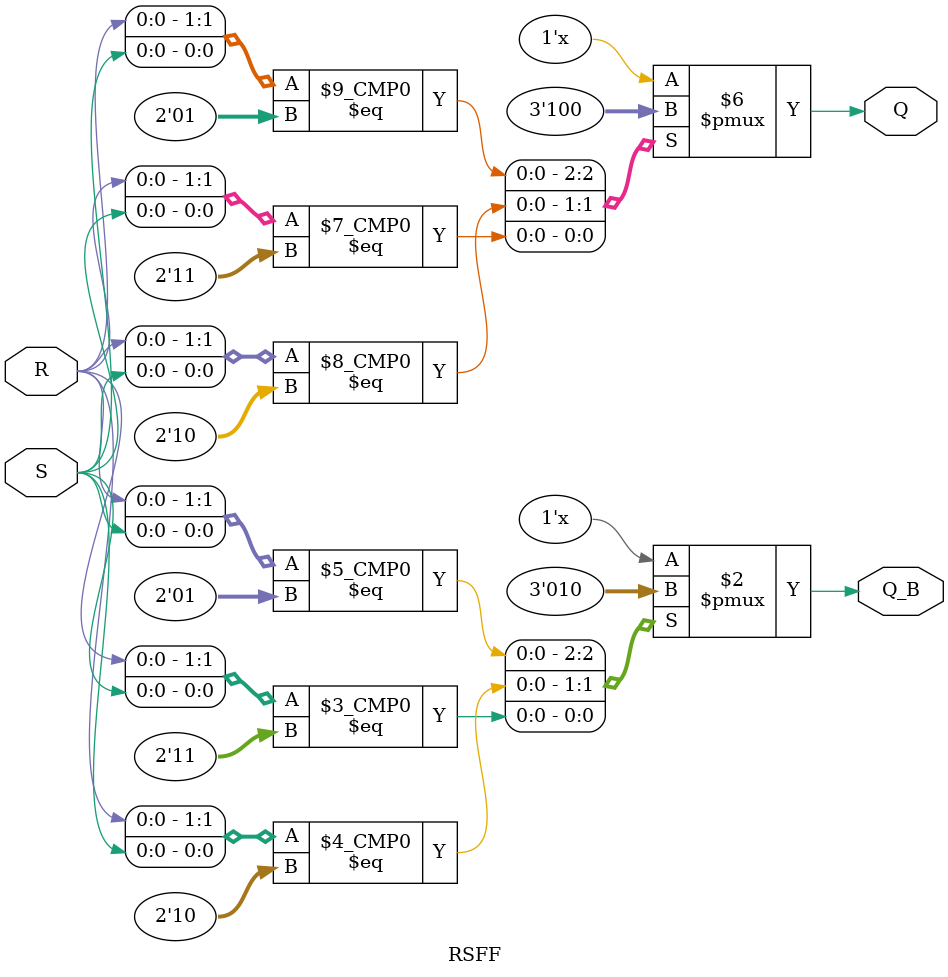
<source format=v>
/* RSFF */

module RSFF ( R, S, Q, Q_B);
input  R, S;
output Q, Q_B;
reg    Q, Q_B;  /* 用reg宣告為正反器的輸出 */
       always @( R or S ) 
	   /*always與事件，因為事件依據 R or S, 所以狀態是根據R或S來執行。 
	     posedge R or posedge S 是指當R或S的電位由低變高(正緣)
		 或
		 negedge R or negedge S 是指當R或S的電位由高電低(負緣)*/
	   
	   case ({ R , S }) /*always裡狀態用case描述，用連接運算子{}將R與S連結在一起 */
	        1:begin Q <= 1; Q_B <= 0; end //case item沒有描述到'0'因為當R='0',S='0'的時候Q與Q_B沒有變化
			2:begin Q <= 0; Q_B <= 1; end
			3:begin Q <= 0; Q_B <= 0; end
	   endcase
endmodule
						   
</source>
